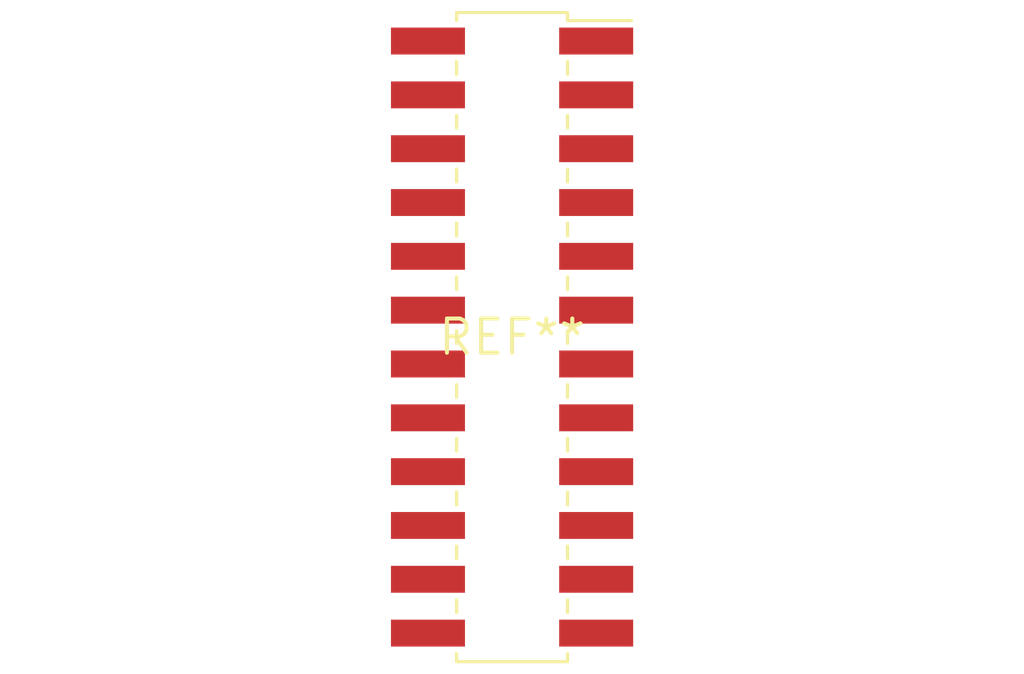
<source format=kicad_pcb>
(kicad_pcb (version 20240108) (generator pcbnew)
  (layers (0 "F.Cu" signal) (31 "B.Cu" signal) (34 "B.Paste" user) (35 "F.Paste" user) (36 "B.SilkS" user "B.Silkscreen") (37 "F.SilkS" user "F.Silkscreen") (38 "B.Mask" user) (39 "F.Mask" user) (44 "Edge.Cuts" user))
  (net 0 "")
  (footprint "PinSocket_2x12_P2.00mm_Vertical_SMD" (layer "F.Cu") (at 0 0)
    (property "Reference" "REF**")
    (property "Value" "PinSocket_2x12_P2.00mm_Vertical_SMD")
    (fp_line (start -2.06 -12.06) (end -2.06 -11.76) (layer "F.SilkS") (stroke (width 0.12)))
    (fp_line (start -2.06 -12.06) (end 2.06 -12.06) (layer "F.SilkS") (stroke (width 0.12)))
    (fp_line (start -2.06 -10.24) (end -2.06 -9.76) (layer "F.SilkS") (stroke (width 0.12)))
    (fp_line (start -2.06 -8.24) (end -2.06 -7.76) (layer "F.SilkS") (stroke (width 0.12)))
    (fp_line (start -2.06 -6.24) (end -2.06 -5.76) (layer "F.SilkS") (stroke (width 0.12)))
    (fp_line (start -2.06 -4.24) (end -2.06 -3.76) (layer "F.SilkS") (stroke (width 0.12)))
    (fp_line (start -2.06 -2.24) (end -2.06 -1.76) (layer "F.SilkS") (stroke (width 0.12)))
    (fp_line (start -2.06 -0.24) (end -2.06 0.24) (layer "F.SilkS") (stroke (width 0.12)))
    (fp_line (start -2.06 1.76) (end -2.06 2.24) (layer "F.SilkS") (stroke (width 0.12)))
    (fp_line (start -2.06 3.76) (end -2.06 4.24) (layer "F.SilkS") (stroke (width 0.12)))
    (fp_line (start -2.06 5.76) (end -2.06 6.24) (layer "F.SilkS") (stroke (width 0.12)))
    (fp_line (start -2.06 7.76) (end -2.06 8.24) (layer "F.SilkS") (stroke (width 0.12)))
    (fp_line (start -2.06 9.76) (end -2.06 10.24) (layer "F.SilkS") (stroke (width 0.12)))
    (fp_line (start -2.06 11.76) (end -2.06 12.06) (layer "F.SilkS") (stroke (width 0.12)))
    (fp_line (start -2.06 12.06) (end 2.06 12.06) (layer "F.SilkS") (stroke (width 0.12)))
    (fp_line (start 2.06 -12.06) (end 2.06 -11.76) (layer "F.SilkS") (stroke (width 0.12)))
    (fp_line (start 2.06 -11.76) (end 4.44 -11.76) (layer "F.SilkS") (stroke (width 0.12)))
    (fp_line (start 2.06 -10.24) (end 2.06 -9.76) (layer "F.SilkS") (stroke (width 0.12)))
    (fp_line (start 2.06 -8.24) (end 2.06 -7.76) (layer "F.SilkS") (stroke (width 0.12)))
    (fp_line (start 2.06 -6.24) (end 2.06 -5.76) (layer "F.SilkS") (stroke (width 0.12)))
    (fp_line (start 2.06 -4.24) (end 2.06 -3.76) (layer "F.SilkS") (stroke (width 0.12)))
    (fp_line (start 2.06 -2.24) (end 2.06 -1.76) (layer "F.SilkS") (stroke (width 0.12)))
    (fp_line (start 2.06 -0.24) (end 2.06 0.24) (layer "F.SilkS") (stroke (width 0.12)))
    (fp_line (start 2.06 1.76) (end 2.06 2.24) (layer "F.SilkS") (stroke (width 0.12)))
    (fp_line (start 2.06 3.76) (end 2.06 4.24) (layer "F.SilkS") (stroke (width 0.12)))
    (fp_line (start 2.06 5.76) (end 2.06 6.24) (layer "F.SilkS") (stroke (width 0.12)))
    (fp_line (start 2.06 7.76) (end 2.06 8.24) (layer "F.SilkS") (stroke (width 0.12)))
    (fp_line (start 2.06 9.76) (end 2.06 10.24) (layer "F.SilkS") (stroke (width 0.12)))
    (fp_line (start 2.06 11.76) (end 2.06 12.06) (layer "F.SilkS") (stroke (width 0.12)))
    (pad "1" smd rect (at 3.125 -11) (size 2.75 1) (layers "F.Cu" "F.Paste" "F.Mask"))
    (pad "2" smd rect (at -3.125 -11) (size 2.75 1) (layers "F.Cu" "F.Paste" "F.Mask"))
    (pad "3" smd rect (at 3.125 -9) (size 2.75 1) (layers "F.Cu" "F.Paste" "F.Mask"))
    (pad "4" smd rect (at -3.125 -9) (size 2.75 1) (layers "F.Cu" "F.Paste" "F.Mask"))
    (pad "5" smd rect (at 3.125 -7) (size 2.75 1) (layers "F.Cu" "F.Paste" "F.Mask"))
    (pad "6" smd rect (at -3.125 -7) (size 2.75 1) (layers "F.Cu" "F.Paste" "F.Mask"))
    (pad "7" smd rect (at 3.125 -5) (size 2.75 1) (layers "F.Cu" "F.Paste" "F.Mask"))
    (pad "8" smd rect (at -3.125 -5) (size 2.75 1) (layers "F.Cu" "F.Paste" "F.Mask"))
    (pad "9" smd rect (at 3.125 -3) (size 2.75 1) (layers "F.Cu" "F.Paste" "F.Mask"))
    (pad "10" smd rect (at -3.125 -3) (size 2.75 1) (layers "F.Cu" "F.Paste" "F.Mask"))
    (pad "11" smd rect (at 3.125 -1) (size 2.75 1) (layers "F.Cu" "F.Paste" "F.Mask"))
    (pad "12" smd rect (at -3.125 -1) (size 2.75 1) (layers "F.Cu" "F.Paste" "F.Mask"))
    (pad "13" smd rect (at 3.125 1) (size 2.75 1) (layers "F.Cu" "F.Paste" "F.Mask"))
    (pad "14" smd rect (at -3.125 1) (size 2.75 1) (layers "F.Cu" "F.Paste" "F.Mask"))
    (pad "15" smd rect (at 3.125 3) (size 2.75 1) (layers "F.Cu" "F.Paste" "F.Mask"))
    (pad "16" smd rect (at -3.125 3) (size 2.75 1) (layers "F.Cu" "F.Paste" "F.Mask"))
    (pad "17" smd rect (at 3.125 5) (size 2.75 1) (layers "F.Cu" "F.Paste" "F.Mask"))
    (pad "18" smd rect (at -3.125 5) (size 2.75 1) (layers "F.Cu" "F.Paste" "F.Mask"))
    (pad "19" smd rect (at 3.125 7) (size 2.75 1) (layers "F.Cu" "F.Paste" "F.Mask"))
    (pad "20" smd rect (at -3.125 7) (size 2.75 1) (layers "F.Cu" "F.Paste" "F.Mask"))
    (pad "21" smd rect (at 3.125 9) (size 2.75 1) (layers "F.Cu" "F.Paste" "F.Mask"))
    (pad "22" smd rect (at -3.125 9) (size 2.75 1) (layers "F.Cu" "F.Paste" "F.Mask"))
    (pad "23" smd rect (at 3.125 11) (size 2.75 1) (layers "F.Cu" "F.Paste" "F.Mask"))
    (pad "24" smd rect (at -3.125 11) (size 2.75 1) (layers "F.Cu" "F.Paste" "F.Mask"))
  )
)
</source>
